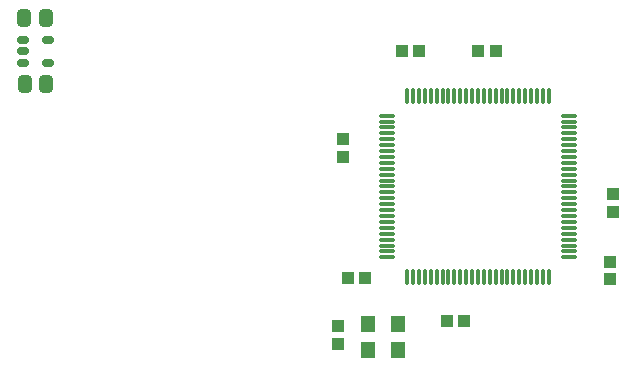
<source format=gtp>
G04*
G04 #@! TF.GenerationSoftware,Altium Limited,Altium Designer,21.1.1 (26)*
G04*
G04 Layer_Color=8421504*
%FSLAX25Y25*%
%MOIN*%
G70*
G04*
G04 #@! TF.SameCoordinates,A5F47C6F-2453-4AC6-896B-71FEB3B9F667*
G04*
G04*
G04 #@! TF.FilePolarity,Positive*
G04*
G01*
G75*
%ADD16R,0.04724X0.05512*%
%ADD17R,0.03937X0.04134*%
%ADD18R,0.04134X0.03937*%
%ADD19O,0.05512X0.01181*%
%ADD20O,0.01181X0.05512*%
G04:AMPARAMS|DCode=21|XSize=23.62mil|YSize=39.37mil|CornerRadius=5.91mil|HoleSize=0mil|Usage=FLASHONLY|Rotation=270.000|XOffset=0mil|YOffset=0mil|HoleType=Round|Shape=RoundedRectangle|*
%AMROUNDEDRECTD21*
21,1,0.02362,0.02756,0,0,270.0*
21,1,0.01181,0.03937,0,0,270.0*
1,1,0.01181,-0.01378,-0.00591*
1,1,0.01181,-0.01378,0.00591*
1,1,0.01181,0.01378,0.00591*
1,1,0.01181,0.01378,-0.00591*
%
%ADD21ROUNDEDRECTD21*%
G04:AMPARAMS|DCode=22|XSize=45.28mil|YSize=57.09mil|CornerRadius=11.32mil|HoleSize=0mil|Usage=FLASHONLY|Rotation=0.000|XOffset=0mil|YOffset=0mil|HoleType=Round|Shape=RoundedRectangle|*
%AMROUNDEDRECTD22*
21,1,0.04528,0.03445,0,0,0.0*
21,1,0.02264,0.05709,0,0,0.0*
1,1,0.02264,0.01132,-0.01722*
1,1,0.02264,-0.01132,-0.01722*
1,1,0.02264,-0.01132,0.01722*
1,1,0.02264,0.01132,0.01722*
%
%ADD22ROUNDEDRECTD22*%
D16*
X131000Y53000D02*
D03*
X141000D02*
D03*
Y61661D02*
D03*
X131000D02*
D03*
D17*
X211500Y82453D02*
D03*
Y76547D02*
D03*
X121000Y60953D02*
D03*
Y55047D02*
D03*
X122500Y123248D02*
D03*
Y117342D02*
D03*
X212500Y99094D02*
D03*
Y105000D02*
D03*
D18*
X162953Y62500D02*
D03*
X157047D02*
D03*
X167500Y152500D02*
D03*
X173406D02*
D03*
X147953D02*
D03*
X142047D02*
D03*
X130000Y77000D02*
D03*
X124094D02*
D03*
D19*
X137185Y131122D02*
D03*
Y129154D02*
D03*
Y127185D02*
D03*
Y125216D02*
D03*
Y123248D02*
D03*
Y121280D02*
D03*
Y119311D02*
D03*
Y117342D02*
D03*
Y115374D02*
D03*
Y113406D02*
D03*
Y111437D02*
D03*
Y109468D02*
D03*
Y107500D02*
D03*
Y105532D02*
D03*
Y103563D02*
D03*
Y101594D02*
D03*
Y99626D02*
D03*
Y97658D02*
D03*
Y95689D02*
D03*
Y93721D02*
D03*
Y91752D02*
D03*
Y89784D02*
D03*
Y87815D02*
D03*
Y85847D02*
D03*
Y83878D02*
D03*
X197815D02*
D03*
Y85847D02*
D03*
Y87815D02*
D03*
Y89784D02*
D03*
Y91752D02*
D03*
Y93721D02*
D03*
Y95689D02*
D03*
Y97658D02*
D03*
Y99626D02*
D03*
Y101594D02*
D03*
Y103563D02*
D03*
Y105532D02*
D03*
Y107500D02*
D03*
Y109468D02*
D03*
Y111437D02*
D03*
Y113406D02*
D03*
Y115374D02*
D03*
Y117342D02*
D03*
Y119311D02*
D03*
Y121280D02*
D03*
Y123248D02*
D03*
Y125216D02*
D03*
Y127185D02*
D03*
Y129154D02*
D03*
Y131122D02*
D03*
D20*
X143878Y77185D02*
D03*
X145846D02*
D03*
X147815D02*
D03*
X149784D02*
D03*
X151752D02*
D03*
X153720D02*
D03*
X155689D02*
D03*
X157658D02*
D03*
X159626D02*
D03*
X161594D02*
D03*
X163563D02*
D03*
X165532D02*
D03*
X167500D02*
D03*
X169468D02*
D03*
X171437D02*
D03*
X173406D02*
D03*
X175374D02*
D03*
X177342D02*
D03*
X179311D02*
D03*
X181280D02*
D03*
X183248D02*
D03*
X185216D02*
D03*
X187185D02*
D03*
X189154D02*
D03*
X191122D02*
D03*
Y137815D02*
D03*
X189154D02*
D03*
X187185D02*
D03*
X185216D02*
D03*
X183248D02*
D03*
X181280D02*
D03*
X179311D02*
D03*
X177342D02*
D03*
X175374D02*
D03*
X173406D02*
D03*
X171437D02*
D03*
X169468D02*
D03*
X167500D02*
D03*
X165532D02*
D03*
X163563D02*
D03*
X161594D02*
D03*
X159626D02*
D03*
X157658D02*
D03*
X155689D02*
D03*
X153720D02*
D03*
X151752D02*
D03*
X149784D02*
D03*
X147815D02*
D03*
X145846D02*
D03*
X143878D02*
D03*
D21*
X15784Y156300D02*
D03*
Y152560D02*
D03*
Y148820D02*
D03*
X24131Y156300D02*
D03*
Y148820D02*
D03*
D22*
X23374Y163600D02*
D03*
X16287D02*
D03*
X16487Y141500D02*
D03*
X23574D02*
D03*
M02*

</source>
